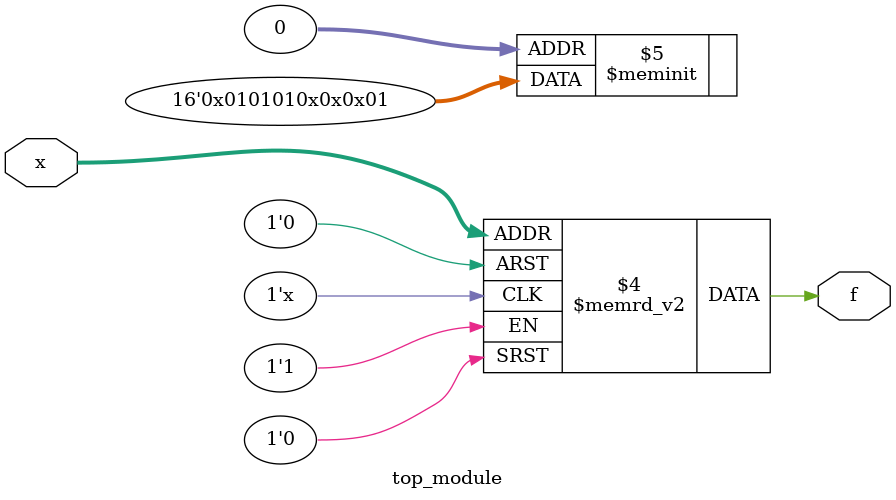
<source format=sv>
module top_module (
    input [4:1] x,
    output logic f
);

always_comb begin
    case ({x[4], x[3], x[2], x[1]})
        4'b0000, 4'b1000, 4'b1010, 4'b1100: f = 1'b1;
        4'b0001, 4'b0011, 4'b0101, 4'b0111, 4'b1001, 4'b1011, 4'b1101, 4'b1111: f = 1'b0;
    endcase
end

endmodule

</source>
